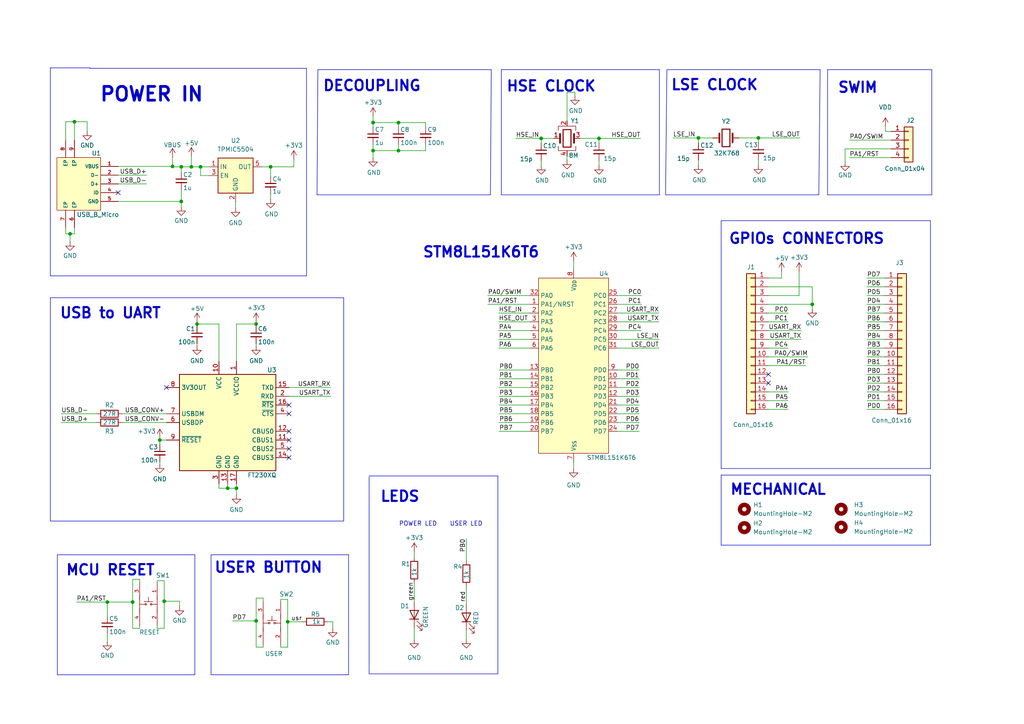
<source format=kicad_sch>
(kicad_sch (version 20230121) (generator eeschema)
  (paper "A4")
  (title_block (title "STM8L151 Dev Board") (date "2023-07-13") (rev "2.0") (company "Andres Bravo"))
  (lib_symbols
    (symbol "Connector:MICRO_7_2JB"
      (property "Reference" "U1" (at 6.477 10.16 0))
      (property "Value" "USB_B_Micro" (at 11.684 -7.62 0))
      (symbol "MICRO_7_2JB_0_1"
        (rectangle (start -6.35 -6.35) (end 6.35 8.89) (fill (type background)))
        (pin power_out line (at 11.43 6.35 180) (length 5.08) (name "VBUS") (number "1"))
        (pin bidirectional line (at 11.43 3.81 180) (length 5.08) (name "D-") (number "2"))
        (pin bidirectional line (at 11.43 1.27 180) (length 5.08) (name "D+") (number "3"))
        (pin unspecified line (at 11.43 -1.27 180) (length 5.08) (name "ID") (number "4"))
        (pin unspecified line (at 11.43 -3.81 180) (length 5.08) (name "GND") (number "5"))
        (pin unspecified line (at -1.27 -11.43 90) (length 5.08) (name "EP") (number "6"))
        (pin unspecified line (at -3.81 -11.43 90) (length 5.08) (name "EP") (number "7"))
        (pin unspecified line (at -3.81 13.97 270) (length 5.08) (name "EP") (number "8"))
        (pin unspecified line (at -1.27 13.97 270) (length 5.08) (name "EP") (number "9"))
      )
    )
    (symbol "Connector_Generic:Conn_01x04" (pin_names (offset 1.016) hide)
      (property "Reference" "J" (at 0 5.08 0))
      (property "Value" "Conn_01x04" (at 0 -7.62 0))
      (symbol "Conn_01x04_1_1"
        (rectangle (start -1.27 -4.953) (end 0 -5.207) (stroke (width 0.1524)))
        (rectangle (start -1.27 -2.413) (end 0 -2.667) (stroke (width 0.1524)))
        (rectangle (start -1.27 0.127) (end 0 -0.127) (stroke (width 0.1524)))
        (rectangle (start -1.27 2.667) (end 0 2.413) (stroke (width 0.1524)))
        (rectangle (start -1.27 3.81) (end 1.27 -6.35) (stroke (width 0.254)) (fill (type background)))
        (pin passive line (at -5.08 2.54 0) (length 3.81) (name "Pin_1") (number "1"))
        (pin passive line (at -5.08 0 0) (length 3.81) (name "Pin_2") (number "2"))
        (pin passive line (at -5.08 -2.54 0) (length 3.81) (name "Pin_3") (number "3"))
        (pin passive line (at -5.08 -5.08 0) (length 3.81) (name "Pin_4") (number "4"))
      )
    )
    (symbol "Connector_Generic:Conn_01x16" (pin_names (offset 1.016) hide)
      (property "Reference" "J" (at 0 20.32 0))
      (property "Value" "Conn_01x16" (at 0 -22.86 0))
      (symbol "Conn_01x16_1_1"
        (rectangle (start -1.27 -20.193) (end 0 -20.447) (stroke (width 0.1524)))
        (rectangle (start -1.27 -17.653) (end 0 -17.907) (stroke (width 0.1524)))
        (rectangle (start -1.27 -15.113) (end 0 -15.367) (stroke (width 0.1524)))
        (rectangle (start -1.27 -12.573) (end 0 -12.827) (stroke (width 0.1524)))
        (rectangle (start -1.27 -10.033) (end 0 -10.287) (stroke (width 0.1524)))
        (rectangle (start -1.27 -7.493) (end 0 -7.747) (stroke (width 0.1524)))
        (rectangle (start -1.27 -4.953) (end 0 -5.207) (stroke (width 0.1524)))
        (rectangle (start -1.27 -2.413) (end 0 -2.667) (stroke (width 0.1524)))
        (rectangle (start -1.27 0.127) (end 0 -0.127) (stroke (width 0.1524)))
        (rectangle (start -1.27 2.667) (end 0 2.413) (stroke (width 0.1524)))
        (rectangle (start -1.27 5.207) (end 0 4.953) (stroke (width 0.1524)))
        (rectangle (start -1.27 7.747) (end 0 7.493) (stroke (width 0.1524)))
        (rectangle (start -1.27 10.287) (end 0 10.033) (stroke (width 0.1524)))
        (rectangle (start -1.27 12.827) (end 0 12.573) (stroke (width 0.1524)))
        (rectangle (start -1.27 15.367) (end 0 15.113) (stroke (width 0.1524)))
        (rectangle (start -1.27 17.907) (end 0 17.653) (stroke (width 0.1524)))
        (rectangle (start -1.27 19.05) (end 1.27 -21.59) (stroke (width 0.254)) (fill (type background)))
        (pin passive line (at -5.08 17.78 0) (length 3.81) (name "Pin_1") (number "1"))
        (pin passive line (at -5.08 -5.08 0) (length 3.81) (name "Pin_10") (number "10"))
        (pin passive line (at -5.08 -7.62 0) (length 3.81) (name "Pin_11") (number "11"))
        (pin passive line (at -5.08 -10.16 0) (length 3.81) (name "Pin_12") (number "12"))
        (pin passive line (at -5.08 -12.7 0) (length 3.81) (name "Pin_13") (number "13"))
        (pin passive line (at -5.08 -15.24 0) (length 3.81) (name "Pin_14") (number "14"))
        (pin passive line (at -5.08 -17.78 0) (length 3.81) (name "Pin_15") (number "15"))
        (pin passive line (at -5.08 -20.32 0) (length 3.81) (name "Pin_16") (number "16"))
        (pin passive line (at -5.08 15.24 0) (length 3.81) (name "Pin_2") (number "2"))
        (pin passive line (at -5.08 12.7 0) (length 3.81) (name "Pin_3") (number "3"))
        (pin passive line (at -5.08 10.16 0) (length 3.81) (name "Pin_4") (number "4"))
        (pin passive line (at -5.08 7.62 0) (length 3.81) (name "Pin_5") (number "5"))
        (pin passive line (at -5.08 5.08 0) (length 3.81) (name "Pin_6") (number "6"))
        (pin passive line (at -5.08 2.54 0) (length 3.81) (name "Pin_7") (number "7"))
        (pin passive line (at -5.08 0 0) (length 3.81) (name "Pin_8") (number "8"))
        (pin passive line (at -5.08 -2.54 0) (length 3.81) (name "Pin_9") (number "9"))
      )
    )
    (symbol "Device:C_Small" (pin_numbers hide) (pin_names (offset 0.254) hide)
      (property "Reference" "C" (at 0.254 1.778 0))
      (property "Value" "C_Small" (at 0.254 -2.032 0))
      (symbol "C_Small_0_1"
        (polyline (pts (xy -1.524 -0.508) (xy 1.524 -0.508)) (stroke (width 0.3302)))
        (polyline (pts (xy -1.524 0.508) (xy 1.524 0.508)) (stroke (width 0.3048)))
      )
      (symbol "C_Small_1_1"
        (pin passive line (at 0 2.54 270) (length 2.032) (name "~") (number "1"))
        (pin passive line (at 0 -2.54 90) (length 2.032) (name "~") (number "2"))
      )
    )
    (symbol "Device:Crystal" (pin_numbers hide) (pin_names (offset 1.016) hide)
      (property "Reference" "Y" (at 0 3.81 0))
      (property "Value" "Crystal" (at 0 -3.81 0))
      (symbol "Crystal_0_1"
        (rectangle (start -1.143 2.54) (end 1.143 -2.54) (stroke (width 0.3048)))
        (polyline (pts (xy -2.54 0) (xy -1.905 0)))
        (polyline (pts (xy -1.905 -1.27) (xy -1.905 1.27)) (stroke (width 0.508)))
        (polyline (pts (xy 1.905 -1.27) (xy 1.905 1.27)) (stroke (width 0.508)))
        (polyline (pts (xy 2.54 0) (xy 1.905 0)))
      )
      (symbol "Crystal_1_1"
        (pin passive line (at -3.81 0 0) (length 1.27) (name "1") (number "1"))
        (pin passive line (at 3.81 0 180) (length 1.27) (name "2") (number "2"))
      )
    )
    (symbol "Device:Crystal_GND24" (pin_names (offset 1.016) hide)
      (property "Reference" "Y" (at 3.175 5.08 0))
      (property "Value" "Crystal_GND24" (at 3.175 3.175 0))
      (symbol "Crystal_GND24_0_1"
        (rectangle (start -1.143 2.54) (end 1.143 -2.54) (stroke (width 0.3048)))
        (polyline (pts (xy -2.54 0) (xy -2.032 0)))
        (polyline (pts (xy -2.032 -1.27) (xy -2.032 1.27)) (stroke (width 0.508)))
        (polyline (pts (xy 0 -3.81) (xy 0 -3.556)))
        (polyline (pts (xy 0 3.556) (xy 0 3.81)))
        (polyline (pts (xy 2.032 -1.27) (xy 2.032 1.27)) (stroke (width 0.508)))
        (polyline (pts (xy 2.032 0) (xy 2.54 0)))
        (polyline (pts (xy -2.54 -2.286) (xy -2.54 -3.556) (xy 2.54 -3.556) (xy 2.54 -2.286)))
        (polyline (pts (xy -2.54 2.286) (xy -2.54 3.556) (xy 2.54 3.556) (xy 2.54 2.286)))
      )
      (symbol "Crystal_GND24_1_1"
        (pin passive line (at -3.81 0 0) (length 1.27) (name "1") (number "1"))
        (pin passive line (at 0 5.08 270) (length 1.27) (name "2") (number "2"))
        (pin passive line (at 3.81 0 180) (length 1.27) (name "3") (number "3"))
        (pin passive line (at 0 -5.08 90) (length 1.27) (name "4") (number "4"))
      )
    )
    (symbol "Device:LED" (pin_numbers hide) (pin_names (offset 1.016) hide)
      (property "Reference" "D" (at 0 2.54 0))
      (property "Value" "LED" (at 0 -2.54 0))
      (symbol "LED_0_1"
        (polyline (pts (xy -1.27 -1.27) (xy -1.27 1.27)) (stroke (width 0.254)))
        (polyline (pts (xy -1.27 0) (xy 1.27 0)))
        (polyline (pts (xy 1.27 -1.27) (xy 1.27 1.27) (xy -1.27 0) (xy 1.27 -1.27)) (stroke (width 0.254)))
        (polyline (pts (xy -3.048 -0.762) (xy -4.572 -2.286) (xy -3.81 -2.286) (xy -4.572 -2.286) (xy -4.572 -1.524)))
        (polyline (pts (xy -1.778 -0.762) (xy -3.302 -2.286) (xy -2.54 -2.286) (xy -3.302 -2.286) (xy -3.302 -1.524)))
      )
      (symbol "LED_1_1"
        (pin passive line (at -3.81 0 0) (length 2.54) (name "K") (number "1"))
        (pin passive line (at 3.81 0 180) (length 2.54) (name "A") (number "2"))
      )
    )
    (symbol "Device:R" (pin_numbers hide) (pin_names (offset 0))
      (property "Reference" "R" (at 2.032 0 90))
      (property "Value" "R" (at 0 0 90))
      (symbol "R_0_1"
        (rectangle (start -1.016 -2.54) (end 1.016 2.54) (stroke (width 0.254)))
      )
      (symbol "R_1_1"
        (pin passive line (at 0 3.81 270) (length 1.27) (name "~") (number "1"))
        (pin passive line (at 0 -3.81 90) (length 1.27) (name "~") (number "2"))
      )
    )
    (symbol "Interface_USB:FT230XQ"
      (property "Reference" "U" (at -13.97 15.24 0))
      (property "Value" "FT230XQ" (at 7.62 15.24 0))
      (symbol "FT230XQ_0_1"
        (rectangle (start -13.97 13.97) (end 13.97 -13.97) (stroke (width 0.254)) (fill (type background)))
      )
      (symbol "FT230XQ_1_1"
        (pin power_in line (at 2.54 17.78 270) (length 3.81) (name "VCCIO") (number "1"))
        (pin power_in line (at -2.54 17.78 270) (length 3.81) (name "VCC") (number "10"))
        (pin bidirectional line (at 17.78 -5.08 180) (length 3.81) (name "CBUS1") (number "11"))
        (pin bidirectional line (at 17.78 -2.54 180) (length 3.81) (name "CBUS0") (number "12"))
        (pin power_in line (at 0 -17.78 90) (length 3.81) (name "GND") (number "13"))
        (pin bidirectional line (at 17.78 -10.16 180) (length 3.81) (name "CBUS3") (number "14"))
        (pin output line (at 17.78 10.16 180) (length 3.81) (name "TXD") (number "15"))
        (pin output line (at 17.78 5.08 180) (length 3.81) (name "~{RTS}") (number "16"))
        (pin power_in line (at 2.54 -17.78 90) (length 3.81) (name "GND") (number "17"))
        (pin input line (at 17.78 7.62 180) (length 3.81) (name "RXD") (number "2"))
        (pin power_in line (at -2.54 -17.78 90) (length 3.81) (name "GND") (number "3"))
        (pin input line (at 17.78 2.54 180) (length 3.81) (name "~{CTS}") (number "4"))
        (pin bidirectional line (at 17.78 -7.62 180) (length 3.81) (name "CBUS2") (number "5"))
        (pin bidirectional line (at -17.78 0 0) (length 3.81) (name "USBDP") (number "6"))
        (pin bidirectional line (at -17.78 2.54 0) (length 3.81) (name "USBDM") (number "7"))
        (pin power_out line (at -17.78 10.16 0) (length 3.81) (name "3V3OUT") (number "8"))
        (pin input line (at -17.78 -5.08 0) (length 3.81) (name "~{RESET}") (number "9"))
      )
    )
    (symbol "MCU_ST_STM8:STM8L151K6T6"
      (property "Reference" "U?" (at 2.0194 30.48 0))
      (property "Value" "STM8L151K6T6" (at 2.0194 27.94 0))
      (symbol "STM8L151K6T6_0_1"
        (rectangle (start -10.16 25.4) (end 10.16 -25.4) (fill (type background)))
      )
      (symbol "STM8L151K6T6_1_1"
        (pin bidirectional line (at -12.7 17.78 0) (length 2.54) (name "PA1/NRST") (number "1"))
        (pin bidirectional line (at 12.7 -3.81 180) (length 2.54) (name "PD1") (number "10"))
        (pin bidirectional line (at 12.7 -6.35 180) (length 2.54) (name "PD2") (number "11"))
        (pin bidirectional line (at 12.7 -8.89 180) (length 2.54) (name "PD3") (number "12"))
        (pin bidirectional line (at -12.7 -1.27 0) (length 2.54) (name "PB0") (number "13"))
        (pin bidirectional line (at -12.7 -3.81 0) (length 2.54) (name "PB1") (number "14"))
        (pin bidirectional line (at -12.7 -6.35 0) (length 2.54) (name "PB2") (number "15"))
        (pin bidirectional line (at -12.7 -8.89 0) (length 2.54) (name "PB3") (number "16"))
        (pin bidirectional line (at -12.7 -11.43 0) (length 2.54) (name "PB4") (number "17"))
        (pin bidirectional line (at -12.7 -13.97 0) (length 2.54) (name "PB5") (number "18"))
        (pin bidirectional line (at -12.7 -16.51 0) (length 2.54) (name "PB6") (number "19"))
        (pin bidirectional line (at -12.7 15.24 0) (length 2.54) (name "PA2") (number "2"))
        (pin bidirectional line (at -12.7 -19.05 0) (length 2.54) (name "PB7") (number "20"))
        (pin bidirectional line (at 12.7 -11.43 180) (length 2.54) (name "PD4") (number "21"))
        (pin bidirectional line (at 12.7 -13.97 180) (length 2.54) (name "PD5") (number "22"))
        (pin bidirectional line (at 12.7 -16.51 180) (length 2.54) (name "PD6") (number "23"))
        (pin bidirectional line (at 12.7 -19.05 180) (length 2.54) (name "PD7") (number "24"))
        (pin bidirectional line (at 12.7 20.32 180) (length 2.54) (name "PC0") (number "25"))
        (pin bidirectional line (at 12.7 17.78 180) (length 2.54) (name "PC1") (number "26"))
        (pin bidirectional line (at 12.7 15.24 180) (length 2.54) (name "PC2") (number "27"))
        (pin bidirectional line (at 12.7 12.7 180) (length 2.54) (name "PC3") (number "28"))
        (pin bidirectional line (at 12.7 10.16 180) (length 2.54) (name "PC4") (number "29"))
        (pin bidirectional line (at -12.7 12.7 0) (length 2.54) (name "PA3") (number "3"))
        (pin bidirectional line (at 12.7 7.62 180) (length 2.54) (name "PC5") (number "30"))
        (pin bidirectional line (at 12.7 5.08 180) (length 2.54) (name "PC6") (number "31"))
        (pin bidirectional line (at -12.7 20.32 0) (length 2.54) (name "PA0") (number "32"))
        (pin bidirectional line (at -12.7 10.16 0) (length 2.54) (name "PA4") (number "4"))
        (pin bidirectional line (at -12.7 7.62 0) (length 2.54) (name "PA5") (number "5"))
        (pin bidirectional line (at -12.7 5.08 0) (length 2.54) (name "PA6") (number "6"))
        (pin input line (at 0 -27.94 90) (length 2.54) (name "V_{SS}") (number "7"))
        (pin input line (at 0 27.94 270) (length 2.54) (name "V_{DD}") (number "8"))
        (pin bidirectional line (at 12.7 -1.27 180) (length 2.54) (name "PD0") (number "9"))
      )
    )
    (symbol "Mechanical:MountingHole" (pin_names (offset 1.016))
      (property "Reference" "H" (at 0 5.08 0))
      (property "Value" "MountingHole" (at 0 3.175 0))
      (symbol "MountingHole_0_1"
        (circle (center 0 0) (radius 1.27) (stroke (width 1.27)))
      )
    )
    (symbol "Regulator_Linear:TPMIC5504"
      (property "Reference" "U2" (at 0 10.16 0))
      (property "Value" "TPMIC5504" (at 0 7.62 0))
      (symbol "TPMIC5504_0_1"
        (rectangle (start -5.08 -5.08) (end 5.08 5.08) (stroke (width 0.254)) (fill (type background)))
        (pin power_in line (at -7.62 2.54 0) (length 2.54) (name "IN") (number "1"))
        (pin input line (at 0 -7.62 90) (length 2.54) (name "GND") (number "2"))
        (pin input line (at -7.62 0 0) (length 2.54) (name "EN") (number "3"))
        (pin power_out line (at 7.62 2.54 180) (length 2.54) (name "OUT") (number "5"))
      )
      (symbol "TPMIC5504_1_1"
        (pin passive line (at 0 -7.62 90) (length 2.54) hide (name "GND") (number "4"))
      )
    )
    (symbol "Switch:SKRPABE010" (pin_names hide)
      (property "Reference" "SW" (at 0 3.81 0))
      (property "Value" "SKRPABE010" (at 0 -3.81 0))
      (symbol "SKRPABE010_0_1"
        (circle (center 0 -0.762) (radius 0.254) (fill (type background)))
        (polyline (pts (xy -2.54 -2.54) (xy 2.54 -2.54)))
        (polyline (pts (xy -2.54 2.54) (xy 2.54 2.54)))
        (polyline (pts (xy -0.762 -1.27) (xy -0.762 1.27)))
        (polyline (pts (xy -0.762 0) (xy -2.032 0)))
        (polyline (pts (xy 0 -2.54) (xy 0 -0.762)))
        (polyline (pts (xy 0 1.524) (xy 0 0.762)))
        (polyline (pts (xy 0 2.54) (xy 0 1.524)))
        (circle (center 0 0.762) (radius 0.254) (fill (type background)))
        (pin unspecified line (at -6.35 2.54 0) (length 5.08) (name "1") (number "1"))
        (pin unspecified line (at 6.35 2.54 180) (length 5.08) (name "2") (number "2"))
        (pin unspecified line (at -6.35 -2.54 0) (length 5.08) (name "3") (number "3"))
        (pin unspecified line (at 6.35 -2.54 180) (length 5.08) (name "4") (number "4"))
      )
    )
    (symbol "power:+3V3" (power) (pin_names (offset 0))
      (property "Value" "+3V3" (at 0 3.556 0))
      (symbol "+3V3_0_1"
        (polyline (pts (xy -0.762 1.27) (xy 0 2.54)))
        (polyline (pts (xy 0 0) (xy 0 2.54)))
        (polyline (pts (xy 0 2.54) (xy 0.762 1.27)))
      )
      (symbol "+3V3_1_1"
        (pin power_in line (at 0 0 90) (length 0) hide (name "+3V3") (number "1"))
      )
    )
    (symbol "power:+5V" (power) (pin_names (offset 0))
      (property "Value" "+5V" (at 0 3.556 0))
      (symbol "+5V_0_1"
        (polyline (pts (xy -0.762 1.27) (xy 0 2.54)))
        (polyline (pts (xy 0 0) (xy 0 2.54)))
        (polyline (pts (xy 0 2.54) (xy 0.762 1.27)))
      )
      (symbol "+5V_1_1"
        (pin power_in line (at 0 0 90) (length 0) hide (name "+5V") (number "1"))
      )
    )
    (symbol "power:GND" (power) (pin_names (offset 0))
      (property "Value" "GND" (at 0 -3.81 0))
      (symbol "GND_0_1"
        (polyline (pts (xy 0 0) (xy 0 -1.27) (xy 1.27 -1.27) (xy 0 -2.54) (xy -1.27 -1.27) (xy 0 -1.27)))
      )
      (symbol "GND_1_1"
        (pin power_in line (at 0 0 270) (length 0) hide (name "GND") (number "1"))
      )
    )
    (symbol "power:VBUS" (power) (pin_names (offset 0))
      (property "Value" "VBUS" (at 0 3.81 0))
      (symbol "VBUS_0_1"
        (polyline (pts (xy -0.762 1.27) (xy 0 2.54)))
        (polyline (pts (xy 0 0) (xy 0 2.54)))
        (polyline (pts (xy 0 2.54) (xy 0.762 1.27)))
      )
      (symbol "VBUS_1_1"
        (pin power_in line (at 0 0 90) (length 0) hide (name "VBUS") (number "1"))
      )
    )
    (symbol "power:VDD" (power) (pin_names (offset 0))
      (property "Value" "VDD" (at 0 3.81 0))
      (symbol "VDD_0_1"
        (polyline (pts (xy -0.762 1.27) (xy 0 2.54)))
        (polyline (pts (xy 0 0) (xy 0 2.54)))
        (polyline (pts (xy 0 2.54) (xy 0.762 1.27)))
      )
      (symbol "VDD_1_1"
        (pin power_in line (at 0 0 90) (length 0) hide (name "VDD") (number "1"))
      )
    )
  )
  (junction (at 57.15 93.98))
  (junction (at 68.58 141.605))
  (junction (at 50.038 48.26))
  (junction (at 83.439 180.34))
  (junction (at 115.57 43.688))
  (junction (at 31.115 174.625))
  (junction (at 173.736 40.132))
  (junction (at 108.204 35.56))
  (junction (at 38.481 174.625))
  (junction (at 46.355 127.635))
  (junction (at 156.972 40.132))
  (junction (at 108.204 43.688))
  (junction (at 78.486 48.387))
  (junction (at 202.565 40.005))
  (junction (at 74.295 93.98))
  (junction (at 55.499 48.387))
  (junction (at 115.57 35.56))
  (junction (at 47.625 174.371))
  (junction (at 66.04 141.605))
  (junction (at 52.578 58.42))
  (junction (at 219.964 40.005))
  (junction (at 235.585 88.265))
  (junction (at 74.295 180.086))
  (junction (at 21.59 35.306))
  (junction (at 58.166 48.387))
  (junction (at 52.578 48.387))
  (junction (at 20.32 67.818))
  (no_connect (at 83.82 117.475))
  (no_connect (at 48.26 112.395))
  (no_connect (at 83.82 120.015))
  (no_connect (at 222.885 111.125))
  (no_connect (at 83.82 130.175))
  (no_connect (at 83.82 125.095))
  (no_connect (at 34.29 55.88))
  (no_connect (at 83.82 127.635))
  (no_connect (at 222.885 108.585))
  (no_connect (at 83.82 132.715))
  (wire (pts (xy 179.07 98.425) (xy 191.135 98.425)))
  (wire (pts (xy 35.56 120.015) (xy 48.26 120.015)))
  (wire (pts (xy 76.327 174.371) (xy 76.327 173.482)))
  (wire (pts (xy 35.56 122.555) (xy 48.26 122.555)))
  (polyline (pts (xy 101.092 160.909) (xy 101.092 195.707)))
  (polyline (pts (xy 237.49 56.515) (xy 193.04 56.515)))
  (wire (pts (xy 57.15 100.33) (xy 57.15 99.695)))
  (wire (pts (xy 144.653 98.425) (xy 153.67 98.425)))
  (wire (pts (xy 135.255 170.18) (xy 135.255 175.26)))
  (wire (pts (xy 21.59 66.04) (xy 21.59 67.818)))
  (polyline (pts (xy 61.214 195.707) (xy 61.214 160.909)))
  (polyline (pts (xy 237.871 20.193) (xy 237.49 56.515)))
  (wire (pts (xy 179.07 125.095) (xy 185.42 125.095)))
  (polyline (pts (xy 209.169 64.008) (xy 269.875 64.008)))
  (wire (pts (xy 78.486 48.387) (xy 85.217 48.387)))
  (wire (pts (xy 226.695 80.645) (xy 226.695 78.74)))
  (wire (pts (xy 63.5 141.605) (xy 66.04 141.605)))
  (wire (pts (xy 222.885 83.185) (xy 235.585 83.185)))
  (wire (pts (xy 47.625 168.402) (xy 47.625 174.371)))
  (wire (pts (xy 20.32 67.818) (xy 20.32 70.104)))
  (polyline (pts (xy 61.214 160.909) (xy 101.092 160.909)))
  (wire (pts (xy 46.355 127.635) (xy 46.355 128.905)))
  (wire (pts (xy 81.407 173.863) (xy 83.439 173.863)))
  (wire (pts (xy 38.481 182.245) (xy 40.513 182.245)))
  (wire (pts (xy 45.593 182.245) (xy 47.625 182.245)))
  (wire (pts (xy 251.46 80.645) (xy 256.54 80.645)))
  (wire (pts (xy 179.07 120.015) (xy 185.42 120.015)))
  (polyline (pts (xy 209.169 158.115) (xy 209.169 137.795)))
  (wire (pts (xy 46.355 127) (xy 46.355 127.635)))
  (wire (pts (xy 21.59 40.64) (xy 21.59 35.306)))
  (wire (pts (xy 52.578 54.991) (xy 52.578 58.42)))
  (wire (pts (xy 156.972 41.529) (xy 156.972 40.132)))
  (wire (pts (xy 38.481 168.021) (xy 38.481 174.625)))
  (wire (pts (xy 251.46 103.505) (xy 256.54 103.505)))
  (wire (pts (xy 63.5 93.98) (xy 63.5 104.775)))
  (wire (pts (xy 179.07 85.725) (xy 186.055 85.725)))
  (wire (pts (xy 166.37 133.985) (xy 166.37 135.89)))
  (wire (pts (xy 219.964 40.005) (xy 232.029 40.005)))
  (polyline (pts (xy 240.03 56.515) (xy 240.03 20.193)))
  (wire (pts (xy 108.204 43.688) (xy 115.57 43.688)))
  (wire (pts (xy 144.78 122.555) (xy 153.67 122.555)))
  (wire (pts (xy 58.166 48.387) (xy 60.706 48.387)))
  (wire (pts (xy 179.07 90.805) (xy 191.135 90.805)))
  (wire (pts (xy 173.736 41.529) (xy 173.736 40.132)))
  (wire (pts (xy 156.972 40.132) (xy 160.655 40.132)))
  (wire (pts (xy 251.46 98.425) (xy 256.54 98.425)))
  (wire (pts (xy 34.29 48.26) (xy 50.038 48.26)))
  (wire (pts (xy 108.204 36.83) (xy 108.204 35.56)))
  (wire (pts (xy 179.07 117.475) (xy 185.42 117.475)))
  (wire (pts (xy 45.593 181.61) (xy 45.593 182.245)))
  (wire (pts (xy 108.204 43.688) (xy 108.204 45.72)))
  (wire (pts (xy 68.58 141.605) (xy 66.04 141.605)))
  (wire (pts (xy 52.07 174.371) (xy 47.625 174.371)))
  (wire (pts (xy 222.885 106.045) (xy 233.68 106.045)))
  (wire (pts (xy 144.78 117.475) (xy 153.67 117.475)))
  (wire (pts (xy 50.038 48.26) (xy 50.038 48.387)))
  (wire (pts (xy 96.52 180.34) (xy 96.52 182.245)))
  (polyline (pts (xy 56.515 195.707) (xy 16.637 195.707)))
  (wire (pts (xy 50.038 48.387) (xy 52.578 48.387)))
  (polyline (pts (xy 142.494 20.193) (xy 142.24 56.515)))
  (wire (pts (xy 164.465 35.052) (xy 164.465 26.797)))
  (wire (pts (xy 164.465 26.797) (xy 166.751 26.797)))
  (wire (pts (xy 21.59 67.818) (xy 20.32 67.818)))
  (polyline (pts (xy 240.03 20.193) (xy 270.256 20.193)))
  (wire (pts (xy 222.885 88.265) (xy 235.585 88.265)))
  (wire (pts (xy 164.465 45.212) (xy 164.465 46.482)))
  (wire (pts (xy 222.885 103.505) (xy 234.315 103.505)))
  (wire (pts (xy 68.326 58.547) (xy 68.326 60.325)))
  (wire (pts (xy 87.63 180.34) (xy 83.439 180.34)))
  (polyline (pts (xy 209.169 135.89) (xy 209.169 64.008)))
  (wire (pts (xy 251.46 83.185) (xy 256.54 83.185)))
  (wire (pts (xy 74.295 180.086) (xy 74.295 187.706)))
  (wire (pts (xy 251.46 116.205) (xy 256.54 116.205)))
  (wire (pts (xy 246.38 40.64) (xy 258.445 40.64)))
  (wire (pts (xy 76.327 187.071) (xy 76.327 187.706)))
  (wire (pts (xy 52.07 174.371) (xy 52.07 175.895)))
  (wire (pts (xy 179.07 93.345) (xy 191.135 93.345)))
  (wire (pts (xy 235.585 83.185) (xy 235.585 88.265)))
  (wire (pts (xy 34.29 53.34) (xy 42.545 53.34)))
  (wire (pts (xy 75.946 48.387) (xy 78.486 48.387)))
  (wire (pts (xy 219.964 46.482) (xy 219.964 47.879)))
  (wire (pts (xy 202.565 40.005) (xy 206.756 40.005)))
  (wire (pts (xy 19.05 35.306) (xy 21.59 35.306)))
  (wire (pts (xy 166.751 26.797) (xy 166.751 27.813)))
  (polyline (pts (xy 16.637 160.909) (xy 56.515 160.909)))
  (wire (pts (xy 144.653 95.885) (xy 153.67 95.885)))
  (wire (pts (xy 246.38 45.72) (xy 258.445 45.72)))
  (wire (pts (xy 179.07 107.315) (xy 185.42 107.315)))
  (wire (pts (xy 156.972 46.609) (xy 156.972 48.006)))
  (wire (pts (xy 31.115 183.769) (xy 31.115 186.055)))
  (wire (pts (xy 19.05 40.64) (xy 19.05 35.306)))
  (wire (pts (xy 34.29 58.42) (xy 52.578 58.42)))
  (wire (pts (xy 144.78 125.095) (xy 153.67 125.095)))
  (wire (pts (xy 256.794 38.1) (xy 256.794 36.703)))
  (polyline (pts (xy 193.548 20.193) (xy 237.871 20.193)))
  (wire (pts (xy 144.78 107.315) (xy 153.67 107.315)))
  (polyline (pts (xy 269.875 137.795) (xy 269.875 158.115)))
  (wire (pts (xy 68.58 141.605) (xy 68.58 143.51)))
  (wire (pts (xy 166.37 75.692) (xy 166.37 78.105)))
  (wire (pts (xy 123.444 43.688) (xy 115.57 43.688)))
  (polyline (pts (xy 91.948 56.515) (xy 92.202 20.193)))
  (wire (pts (xy 251.46 113.665) (xy 256.54 113.665)))
  (wire (pts (xy 57.15 94.615) (xy 57.15 93.98)))
  (wire (pts (xy 251.46 85.725) (xy 256.54 85.725)))
  (wire (pts (xy 83.439 173.863) (xy 83.439 180.34)))
  (wire (pts (xy 96.52 180.34) (xy 95.25 180.34)))
  (wire (pts (xy 228.6 90.805) (xy 222.885 90.805)))
  (wire (pts (xy 81.407 187.706) (xy 83.439 187.706)))
  (polyline (pts (xy 142.24 56.515) (xy 91.948 56.515)))
  (polyline (pts (xy 92.202 20.193) (xy 142.494 20.193)))
  (wire (pts (xy 74.295 100.33) (xy 74.295 99.695)))
  (wire (pts (xy 83.82 112.395) (xy 95.885 112.395)))
  (wire (pts (xy 34.29 50.8) (xy 42.545 50.8)))
  (wire (pts (xy 66.04 140.335) (xy 66.04 141.605)))
  (wire (pts (xy 251.46 118.745) (xy 256.54 118.745)))
  (wire (pts (xy 144.653 90.805) (xy 153.67 90.805)))
  (wire (pts (xy 251.46 108.585) (xy 256.54 108.585)))
  (wire (pts (xy 231.775 85.725) (xy 222.885 85.725)))
  (polyline (pts (xy 269.875 158.115) (xy 209.169 158.115)))
  (wire (pts (xy 22.225 174.625) (xy 31.115 174.625)))
  (wire (pts (xy 55.499 48.387) (xy 58.166 48.387)))
  (wire (pts (xy 68.58 140.335) (xy 68.58 141.605)))
  (wire (pts (xy 179.07 88.265) (xy 186.055 88.265)))
  (wire (pts (xy 144.78 120.015) (xy 153.67 120.015)))
  (wire (pts (xy 228.6 113.665) (xy 222.885 113.665)))
  (wire (pts (xy 81.407 174.371) (xy 81.407 173.863)))
  (polyline (pts (xy 14.605 19.685) (xy 26.162 19.685)))
  (polyline (pts (xy 26.035 19.812) (xy 88.9 19.812)))
  (wire (pts (xy 228.6 118.745) (xy 222.885 118.745)))
  (wire (pts (xy 135.255 156.21) (xy 135.255 162.56)))
  (wire (pts (xy 149.606 40.132) (xy 156.972 40.132)))
  (wire (pts (xy 179.07 109.855) (xy 185.42 109.855)))
  (wire (pts (xy 46.355 127.635) (xy 48.26 127.635)))
  (wire (pts (xy 17.78 120.015) (xy 27.94 120.015)))
  (wire (pts (xy 40.513 168.021) (xy 38.481 168.021)))
  (wire (pts (xy 202.565 46.482) (xy 202.565 47.879)))
  (wire (pts (xy 123.444 41.91) (xy 123.444 43.688)))
  (polyline (pts (xy 191.262 56.515) (xy 145.415 56.515)))
  (polyline (pts (xy 107.061 138.303) (xy 107.061 195.453)))
  (wire (pts (xy 144.653 93.345) (xy 153.67 93.345)))
  (wire (pts (xy 38.481 174.625) (xy 38.481 182.245)))
  (wire (pts (xy 202.565 41.402) (xy 202.565 40.005)))
  (wire (pts (xy 120.142 160.02) (xy 120.142 161.544)))
  (wire (pts (xy 21.59 35.306) (xy 25.273 35.306)))
  (wire (pts (xy 78.486 56.261) (xy 78.486 57.785)))
  (wire (pts (xy 123.444 36.83) (xy 123.444 35.56)))
  (wire (pts (xy 83.439 180.34) (xy 83.439 187.706)))
  (wire (pts (xy 108.204 33.782) (xy 108.204 35.56)))
  (wire (pts (xy 31.115 174.625) (xy 31.115 178.689)))
  (wire (pts (xy 258.445 38.1) (xy 256.794 38.1)))
  (wire (pts (xy 45.593 168.91) (xy 45.593 168.402)))
  (polyline (pts (xy 88.9 19.812) (xy 88.9 80.01)))
  (wire (pts (xy 83.82 114.935) (xy 95.885 114.935)))
  (wire (pts (xy 40.513 168.91) (xy 40.513 168.021)))
  (wire (pts (xy 144.78 112.395) (xy 153.67 112.395)))
  (wire (pts (xy 245.11 43.18) (xy 258.445 43.18)))
  (polyline (pts (xy 270.256 20.193) (xy 270.256 56.515)))
  (wire (pts (xy 115.57 35.56) (xy 115.57 36.83)))
  (wire (pts (xy 81.407 187.071) (xy 81.407 187.706)))
  (wire (pts (xy 52.578 48.387) (xy 55.499 48.387)))
  (wire (pts (xy 232.41 98.425) (xy 222.885 98.425)))
  (wire (pts (xy 17.78 122.555) (xy 27.94 122.555)))
  (wire (pts (xy 144.78 114.935) (xy 153.67 114.935)))
  (wire (pts (xy 50.038 45.593) (xy 50.038 48.26)))
  (wire (pts (xy 228.6 116.205) (xy 222.885 116.205)))
  (wire (pts (xy 173.736 46.609) (xy 173.736 48.006)))
  (wire (pts (xy 78.486 48.387) (xy 78.486 51.181)))
  (wire (pts (xy 144.78 109.855) (xy 153.67 109.855)))
  (wire (pts (xy 123.444 35.56) (xy 115.57 35.56)))
  (wire (pts (xy 120.142 182.118) (xy 120.142 185.42)))
  (wire (pts (xy 195.199 40.005) (xy 202.565 40.005)))
  (polyline (pts (xy 145.415 20.193) (xy 145.415 56.515)))
  (wire (pts (xy 108.204 41.91) (xy 108.204 43.688)))
  (wire (pts (xy 40.513 181.61) (xy 40.513 182.245)))
  (wire (pts (xy 251.46 100.965) (xy 256.54 100.965)))
  (wire (pts (xy 228.6 93.345) (xy 222.885 93.345)))
  (wire (pts (xy 55.499 45.339) (xy 55.499 48.387)))
  (polyline (pts (xy 88.9 80.01) (xy 14.605 80.01)))
  (polyline (pts (xy 144.399 138.049) (xy 107.061 138.049)))
  (wire (pts (xy 251.46 95.885) (xy 256.54 95.885)))
  (wire (pts (xy 108.204 35.56) (xy 115.57 35.56)))
  (wire (pts (xy 251.46 111.125) (xy 256.54 111.125)))
  (wire (pts (xy 251.46 93.345) (xy 256.54 93.345)))
  (wire (pts (xy 115.57 41.91) (xy 115.57 43.688)))
  (wire (pts (xy 31.115 174.625) (xy 38.481 174.625)))
  (wire (pts (xy 63.5 140.335) (xy 63.5 141.605)))
  (polyline (pts (xy 14.605 80.01) (xy 14.605 19.685)))
  (wire (pts (xy 219.964 40.005) (xy 219.964 41.402)))
  (wire (pts (xy 47.625 174.371) (xy 47.625 182.245)))
  (wire (pts (xy 74.295 93.345) (xy 74.295 93.98)))
  (wire (pts (xy 251.46 106.045) (xy 256.54 106.045)))
  (polyline (pts (xy 56.515 160.909) (xy 56.515 195.707)))
  (wire (pts (xy 19.05 67.818) (xy 20.32 67.818)))
  (polyline (pts (xy 101.092 195.707) (xy 61.214 195.707)))
  (polyline (pts (xy 16.637 195.707) (xy 16.637 160.909)))
  (wire (pts (xy 179.07 95.885) (xy 186.055 95.885)))
  (wire (pts (xy 68.58 93.98) (xy 68.58 104.775)))
  (wire (pts (xy 135.255 182.88) (xy 135.255 185.42)))
  (wire (pts (xy 173.736 40.132) (xy 168.275 40.132)))
  (wire (pts (xy 46.355 134.62) (xy 46.355 133.985)))
  (wire (pts (xy 214.376 40.005) (xy 219.964 40.005)))
  (wire (pts (xy 251.46 88.265) (xy 256.54 88.265)))
  (wire (pts (xy 52.578 49.911) (xy 52.578 48.387)))
  (wire (pts (xy 179.07 112.395) (xy 185.42 112.395)))
  (wire (pts (xy 245.11 43.18) (xy 245.11 46.99)))
  (wire (pts (xy 58.166 50.927) (xy 58.166 48.387)))
  (polyline (pts (xy 191.262 20.193) (xy 191.262 56.515)))
  (wire (pts (xy 251.46 90.805) (xy 256.54 90.805)))
  (wire (pts (xy 68.58 93.98) (xy 74.295 93.98)))
  (wire (pts (xy 74.295 173.482) (xy 74.295 180.086)))
  (polyline (pts (xy 193.421 20.193) (xy 193.04 56.515)))
  (wire (pts (xy 85.217 46.228) (xy 85.217 48.387)))
  (wire (pts (xy 173.736 40.132) (xy 185.801 40.132)))
  (polyline (pts (xy 144.399 195.453) (xy 144.399 138.049)))
  (wire (pts (xy 179.07 114.935) (xy 185.42 114.935)))
  (wire (pts (xy 63.5 93.98) (xy 57.15 93.98)))
  (wire (pts (xy 74.295 93.98) (xy 74.295 94.615)))
  (wire (pts (xy 228.6 100.965) (xy 222.885 100.965)))
  (polyline (pts (xy 145.415 20.193) (xy 191.262 20.193)))
  (wire (pts (xy 179.07 100.965) (xy 191.135 100.965)))
  (polyline (pts (xy 269.875 135.89) (xy 209.169 135.89)))
  (wire (pts (xy 19.05 66.04) (xy 19.05 67.818)))
  (wire (pts (xy 179.07 122.555) (xy 185.42 122.555)))
  (wire (pts (xy 60.706 50.927) (xy 58.166 50.927)))
  (wire (pts (xy 25.273 35.306) (xy 25.273 38.1)))
  (polyline (pts (xy 209.169 137.795) (xy 269.875 137.795)))
  (wire (pts (xy 141.478 88.265) (xy 153.67 88.265)))
  (wire (pts (xy 52.578 58.42) (xy 52.578 59.944)))
  (wire (pts (xy 231.775 78.74) (xy 231.775 85.725)))
  (wire (pts (xy 141.478 85.725) (xy 153.67 85.725)))
  (polyline (pts (xy 107.061 195.453) (xy 144.399 195.453)))
  (wire (pts (xy 222.885 80.645) (xy 226.695 80.645)))
  (wire (pts (xy 67.437 180.086) (xy 74.295 180.086)))
  (wire (pts (xy 232.41 95.885) (xy 222.885 95.885)))
  (wire (pts (xy 57.15 93.98) (xy 57.15 93.345)))
  (wire (pts (xy 76.327 173.482) (xy 74.295 173.482)))
  (wire (pts (xy 120.142 169.164) (xy 120.142 174.498)))
  (polyline (pts (xy 269.875 64.008) (xy 269.875 135.89)))
  (wire (pts (xy 45.593 168.402) (xy 47.625 168.402)))
  (wire (pts (xy 235.585 88.265) (xy 235.585 89.535)))
  (polyline (pts (xy 270.256 56.515) (xy 240.03 56.515)))
  (wire (pts (xy 144.653 100.965) (xy 153.67 100.965)))
  (wire (pts (xy 74.295 187.706) (xy 76.327 187.706)))
  (rectangle (start 14.605 86.36) (end 99.695 151.13))
  (text "POWER LED" (at 115.697 152.781 0) (effects (font (size 1.27 1.27)) (justify left bottom)))
  (text "LSE CLOCK" (at 194.437 26.543 0) (effects (font (size 3 3) bold) (justify left bottom)))
  (text "USB to UART" (at 17.145 92.71 0) (effects (font (size 3 3) (thickness 0.6) bold) (justify left bottom)))
  (text "STM8L151K6T6" (at 122.428 75.057 0) (effects (font (size 3 3) bold) (justify left bottom)))
  (text "SWIM" (at 242.824 27.305 0) (effects (font (size 3 3) bold) (justify left bottom)))
  (text "HSE CLOCK\n" (at 146.685 26.924 0) (effects (font (size 3 3) bold) (justify left bottom)))
  (text "GPIOs CONNECTORS" (at 211.201 71.12 0) (effects (font (size 3 3) bold) (justify left bottom)))
  (text "MCU RESET" (at 18.923 167.259 0) (effects (font (size 3 3) bold) (justify left bottom)))
  (text "USER BUTTON" (at 61.976 166.497 0) (effects (font (size 3 3) bold) (justify left bottom)))
  (text "POWER IN" (at 28.702 29.845 0) (effects (font (size 4 4) (thickness 0.8) bold) (justify left bottom)))
  (text "USER LED" (at 130.429 152.781 0) (effects (font (size 1.27 1.27)) (justify left bottom)))
  (text "LEDS\n\n" (at 110.109 150.749 0) (effects (font (size 3 3) (thickness 0.6) bold) (justify left bottom)))
  (text "DECOUPLING\n" (at 93.472 26.797 0) (effects (font (size 3 3) bold) (justify left bottom)))
  (text "MECHANICAL" (at 211.582 143.891 0) (effects (font (size 3 3) bold) (justify left bottom)))
  (label "red" (at 135.255 174.625 90))
  (label "PD4" (at 185.42 117.475 180))
  (label "PD7" (at 67.437 180.086 0))
  (label "PA6" (at 144.653 100.965 0))
  (label "PB0" (at 251.46 108.585 0))
  (label "USB_D+" (at 17.78 122.555 0))
  (label "PD0" (at 251.46 118.745 0))
  (label "usr" (at 84.455 180.34 0))
  (label "PC4" (at 186.055 95.885 180))
  (label "PC1" (at 228.6 93.345 180))
  (label "USART_RX" (at 232.41 95.885 180))
  (label "PA6" (at 228.6 118.745 180))
  (label "PA5" (at 144.653 98.425 0))
  (label "PD3" (at 185.42 114.935 180))
  (label "HSE_OUT" (at 144.653 93.345 0))
  (label "PD2" (at 185.42 112.395 180))
  (label "PC0" (at 186.055 85.725 180))
  (label "PD1" (at 251.46 116.205 0))
  (label "HSE_OUT" (at 185.801 40.132 180))
  (label "LSE_IN" (at 195.199 40.005 0))
  (label "PD4" (at 251.46 88.265 0))
  (label "PD6" (at 251.46 83.185 0))
  (label "PD3" (at 251.46 111.125 0))
  (label "PB7" (at 144.78 125.095 0))
  (label "PA1{slash}RST" (at 22.225 174.625 0))
  (label "PA0{slash}SWIM" (at 141.478 85.725 0))
  (label "PA0{slash}SWIM" (at 234.315 103.505 180))
  (label "PB4" (at 144.78 117.475 0))
  (label "USART_RX" (at 95.885 112.395 180))
  (label "PB1" (at 251.46 106.045 0))
  (label "PD7" (at 185.42 125.095 180))
  (label "PB0" (at 144.78 107.315 0))
  (label "PD5" (at 185.42 120.015 180))
  (label "PA1{slash}RST" (at 141.478 88.265 0))
  (label "LSE_OUT" (at 232.029 40.005 180))
  (label "PB2" (at 144.78 112.395 0))
  (label "PA4" (at 228.6 113.665 180))
  (label "PB3" (at 251.46 100.965 0))
  (label "PD6" (at 185.42 122.555 180))
  (label "LSE_OUT" (at 191.135 100.965 180))
  (label "PB6" (at 144.78 122.555 0))
  (label "PC4" (at 228.6 100.965 180))
  (label "PB1" (at 144.78 109.855 0))
  (label "PC0" (at 228.6 90.805 180))
  (label "USB_D+" (at 42.545 50.8 180))
  (label "PB0" (at 135.255 156.21 270))
  (label "PA1{slash}RST" (at 246.38 45.72 0))
  (label "PB4" (at 251.46 98.425 0))
  (label "USB_CONV-" (at 36.195 122.555 0))
  (label "PA5" (at 228.6 116.205 180))
  (label "PB6" (at 251.46 93.345 0))
  (label "PA0{slash}SWIM" (at 246.38 40.64 0))
  (label "PD2" (at 251.46 113.665 0))
  (label "USB_D-" (at 17.78 120.015 0))
  (label "USB_D-" (at 42.545 53.34 180))
  (label "HSE_IN" (at 149.606 40.132 0))
  (label "PC1" (at 186.055 88.265 180))
  (label "PD1" (at 185.42 109.855 180))
  (label "PD5" (at 251.46 85.725 0))
  (label "PB3" (at 144.78 114.935 0))
  (label "USART_RX" (at 191.135 90.805 180))
  (label "LSE_IN" (at 191.135 98.425 180))
  (label "USART_TX" (at 95.885 114.935 180))
  (label "green" (at 120.142 174.244 90))
  (label "PA1{slash}RST" (at 233.68 106.045 180))
  (label "USART_TX" (at 232.41 98.425 180))
  (label "USB_CONV+" (at 36.195 120.015 0))
  (label "PA4" (at 144.653 95.885 0))
  (label "PD7" (at 251.46 80.645 0))
  (label "PB2" (at 251.46 103.505 0))
  (label "PD0" (at 185.42 107.315 180))
  (label "PB5" (at 144.78 120.015 0))
  (label "HSE_IN" (at 144.653 90.805 0))
  (label "USART_TX" (at 191.135 93.345 180))
  (label "PB5" (at 251.46 95.885 0))
  (label "PB7" (at 251.46 90.805 0))
  (symbol (lib_id "Device:C_Small") (at 115.57 39.37 0) (unit 1)
    (property "Reference" "C8" (at 116.078 37.592 0) (effects (justify left)))
    (property "Value" "100n" (at 116.078 41.402 0) (effects (justify left)))
    (property "Footprint" "Capacitor_SMD:C_0402_1005Metric" (effects hide))
    (property "LCSC" "C106252" (effects hide))
  )
  (symbol (lib_id "power:+5V") (at 57.15 93.345 0) (unit 1)
    (property "Reference" "#PWR05" (effects hide))
    (property "Value" "+5V" (at 57.15 89.535 0))
  )
  (symbol (lib_id "power:GND") (at 120.142 185.42 0) (unit 1)
    (property "Reference" "#PWR04" (effects hide))
    (property "Value" "GND" (at 120.142 190.754 0))
  )
  (symbol (lib_id "Device:C_Small") (at 219.964 43.942 0) (unit 1)
    (property "Reference" "C13" (at 215.9 42.037 0) (effects (justify left)))
    (property "Value" "15p" (at 221.234 45.847 0) (effects (justify left)))
    (property "Footprint" "Capacitor_SMD:C_0402_1005Metric" (effects hide))
    (property "LCSC" "C295959" (effects hide))
  )
  (symbol (lib_id "Device:C_Small") (at 31.115 181.229 0) (unit 1)
    (property "Reference" "C5" (at 31.623 179.451 0) (effects (justify left)))
    (property "Value" "100n" (at 31.623 183.261 0) (effects (justify left)))
    (property "Footprint" "Capacitor_SMD:C_0402_1005Metric" (effects hide))
    (property "LCSC" "C106252" (effects hide))
  )
  (symbol (lib_id "Device:C_Small") (at 74.295 97.155 0) (unit 1)
    (property "Reference" "C6" (at 74.803 95.377 0) (effects (justify left)))
    (property "Value" "100n" (at 74.803 99.187 0) (effects (justify left)))
    (property "Footprint" "Capacitor_SMD:C_0402_1005Metric" (effects hide))
    (property "LCSC" "C106252" (effects hide))
  )
  (symbol (lib_id "power:+5V") (at 55.499 45.339 0) (unit 1)
    (property "Reference" "#PWR012" (effects hide))
    (property "Value" "+5V" (at 55.499 41.529 0))
  )
  (symbol (lib_id "Connector_Generic:Conn_01x16") (at 217.805 98.425 0) (mirror y) (unit 1)
    (property "Reference" "J1" (at 217.805 77.47 0))
    (property "Value" "Conn_01x16" (at 218.44 123.19 0))
    (property "Footprint" "Connector_PinHeader_2.54mm:PinHeader_1x16_P2.54mm_Vertical" (effects hide))
  )
  (symbol (lib_id "Device:C_Small") (at 123.444 39.37 0) (unit 1)
    (property "Reference" "C9" (at 123.952 37.592 0) (effects (justify left)))
    (property "Value" "100n" (at 123.952 41.402 0) (effects (justify left)))
    (property "Footprint" "Capacitor_SMD:C_0402_1005Metric" (effects hide))
    (property "LCSC" "C106252" (effects hide))
  )
  (symbol (lib_id "MCU_ST_STM8:STM8L151K6T6") (at 166.37 106.045 0) (unit 1)
    (property "Reference" "U4" (at 173.736 79.375 0) (effects (justify left)))
    (property "Value" "STM8L151K6T6" (at 170.18 132.715 0) (effects (justify left)))
    (property "Footprint" "Package_QFP:LQFP-32_7x7mm_P0.8mm" (effects hide))
    (property "Datasheet" "https://www.mouser.com/datasheet/2/389/stm8l151c4-1851438.pdf" (effects hide))
    (property "LCSC" "C8259" (effects hide))
  )
  (symbol (lib_id "power:GND") (at 20.32 70.104 0) (unit 1)
    (property "Reference" "#PWR01" (effects hide))
    (property "Value" "GND" (at 20.32 74.168 0))
  )
  (symbol (lib_id "power:GND") (at 202.565 47.879 0) (unit 1)
    (property "Reference" "#PWR033" (effects hide))
    (property "Value" "GND" (at 202.819 52.197 0))
  )
  (symbol (lib_id "Device:LED") (at 135.255 179.07 90) (unit 1)
    (property "Reference" "D2" (at 131.953 176.276 90) (effects (justify right)))
    (property "Value" "RED" (at 138.049 177.292 0) (effects (justify right)))
    (property "Footprint" "LED_SMD:LED_0805_2012Metric" (effects hide))
    (property "LCSC" "C113551" (effects hide))
  )
  (symbol (lib_id "power:GND") (at 25.273 38.1 0) (unit 1)
    (property "Reference" "#PWR02" (effects hide))
    (property "Value" "GND" (at 25.273 42.164 0))
  )
  (symbol (lib_id "power:GND") (at 235.585 89.535 0) (unit 1)
    (property "Reference" "#PWR038" (effects hide))
    (property "Value" "GND" (at 235.585 93.726 0))
  )
  (symbol (lib_id "Device:C_Small") (at 202.565 43.942 0) (unit 1)
    (property "Reference" "C12" (at 203.073 42.164 0) (effects (justify left)))
    (property "Value" "15p" (at 196.342 45.974 0) (effects (justify left)))
    (property "Footprint" "Capacitor_SMD:C_0402_1005Metric" (effects hide))
    (property "LCSC" "C295959" (effects hide))
  )
  (symbol (lib_id "Device:C_Small") (at 46.355 131.445 0) (mirror y) (unit 1)
    (property "Reference" "C3" (at 45.847 129.667 0) (effects (justify left)))
    (property "Value" "100n" (at 45.847 133.477 0) (effects (justify left)))
    (property "Footprint" "Capacitor_SMD:C_0402_1005Metric" (effects hide))
    (property "LCSC" "C106252" (effects hide))
  )
  (symbol (lib_id "power:+3V3") (at 166.37 75.692 0) (unit 1)
    (property "Reference" "#PWR015" (effects hide))
    (property "Value" "+3V3" (at 166.37 71.628 0))
  )
  (symbol (lib_id "Mechanical:MountingHole") (at 215.9 153.035 0) (unit 1)
    (property "Reference" "H2" (at 218.44 151.765 0) (effects (justify left)))
    (property "Value" "MountingHole-M2" (at 218.44 154.305 0) (effects (justify left)))
    (property "Footprint" "MountingHole:MountingHole_2.2mm_M2" (effects hide))
  )
  (symbol (lib_id "Device:R") (at 91.44 180.34 90) (unit 1)
    (property "Reference" "R5" (at 92.837 178.181 90) (effects (justify left)))
    (property "Value" "1k" (at 92.964 180.34 90) (effects (justify left)))
    (property "Footprint" "Resistor_SMD:R_0603_1608Metric" (effects hide))
    (property "LCSC" "C144622" (effects hide))
  )
  (symbol (lib_id "power:GND") (at 57.15 100.33 0) (unit 1)
    (property "Reference" "#PWR06" (effects hide))
    (property "Value" "GND" (at 57.15 104.648 0))
  )
  (symbol (lib_id "power:GND") (at 173.736 48.006 0) (unit 1)
    (property "Reference" "#PWR032" (effects hide))
    (property "Value" "GND" (at 173.99 52.324 0))
  )
  (symbol (lib_id "power:GND") (at 52.07 175.895 0) (unit 1)
    (property "Reference" "#PWR023" (effects hide))
    (property "Value" "GND" (at 52.07 179.959 0))
  )
  (symbol (lib_id "Connector_Generic:Conn_01x16") (at 261.62 98.425 0) (unit 1)
    (property "Reference" "J3" (at 259.715 76.2 0) (effects (justify left)))
    (property "Value" "Conn_01x16" (at 252.73 121.92 0) (effects (justify left)))
    (property "Footprint" "Connector_PinHeader_2.54mm:PinHeader_1x16_P2.54mm_Vertical" (effects hide))
  )
  (symbol (lib_id "Regulator_Linear:TPMIC5504") (at 68.326 50.927 0) (unit 1)
    (property "Reference" "U2" (at 68.326 40.767 0))
    (property "Value" "TPMIC5504" (at 68.326 43.307 0))
    (property "Footprint" "Package_TO_SOT_SMD:SOT-23-5" (effects hide))
    (property "Datasheet" "http://www.ti.com/lit/gpn/tps782" (effects hide))
    (property "LCSC" "C3021093" (effects hide))
  )
  (symbol (lib_id "Interface_USB:FT230XQ") (at 66.04 122.555 0) (unit 1)
    (property "Reference" "U3" (at 77.47 107.315 0) (effects (justify left)))
    (property "Value" "FT230XQ" (at 71.755 137.795 0) (effects (justify left)))
    (property "Footprint" "Package_DFN_QFN:QFN-16-1EP_4x4mm_P0.65mm_EP2.1x2.1mm" (effects hide))
    (property "Datasheet" "https://www.ftdichip.com/Support/Documents/DataSheets/ICs/DS_FT230X.pdf" (effects hide))
    (property "LCSC" "C128629" (effects hide))
  )
  (symbol (lib_id "power:+3V3") (at 74.295 93.345 0) (unit 1)
    (property "Reference" "#PWR021" (effects hide))
    (property "Value" "+3V3" (at 74.295 89.281 0))
  )
  (symbol (lib_id "power:GND") (at 156.972 48.006 0) (unit 1)
    (property "Reference" "#PWR027" (effects hide))
    (property "Value" "GND" (at 157.226 52.324 0))
  )
  (symbol (lib_id "Device:Crystal") (at 210.566 40.005 0) (unit 1)
    (property "Reference" "Y2" (at 210.566 35.179 0))
    (property "Value" "32K768" (at 210.82 44.45 0))
    (property "Footprint" "Crystal:Crystal_SMD_2012-2Pin_2.0x1.2mm" (effects hide))
    (property "LCSC" "C90943" (effects hide))
  )
  (symbol (lib_id "power:+3V3") (at 85.217 46.228 0) (unit 1)
    (property "Reference" "#PWR020" (effects hide))
    (property "Value" "+3V3" (at 85.217 42.164 0))
  )
  (symbol (lib_id "power:VDD") (at 256.794 36.703 0) (unit 1)
    (property "Reference" "#PWR039" (effects hide))
    (property "Value" "VDD" (at 256.794 31.115 0))
  )
  (symbol (lib_id "power:GND") (at 245.11 46.99 0) (unit 1)
    (property "Reference" "#PWR040" (effects hide))
    (property "Value" "GND" (at 245.11 50.8 0))
  )
  (symbol (lib_id "power:GND") (at 74.295 100.33 0) (unit 1)
    (property "Reference" "#PWR022" (effects hide))
    (property "Value" "GND" (at 74.295 104.648 0))
  )
  (symbol (lib_id "Device:C_Small") (at 156.972 44.069 0) (unit 1)
    (property "Reference" "C10" (at 157.48 42.291 0) (effects (justify left)))
    (property "Value" "15p" (at 150.749 46.101 0) (effects (justify left)))
    (property "Footprint" "Capacitor_SMD:C_0402_1005Metric" (effects hide))
    (property "LCSC" "C295959" (effects hide))
  )
  (symbol (lib_id "power:GND") (at 166.37 135.89 0) (unit 1)
    (property "Reference" "#PWR031" (effects hide))
    (property "Value" "GND" (at 166.37 140.716 0))
  )
  (symbol (lib_id "power:GND") (at 96.52 182.245 0) (unit 1)
    (property "Reference" "#PWR026" (effects hide))
    (property "Value" "GND" (at 96.52 186.309 0))
  )
  (symbol (lib_id "power:+3V3") (at 108.204 33.782 0) (unit 1)
    (property "Reference" "#PWR014" (effects hide))
    (property "Value" "+3V3" (at 108.204 29.718 0))
  )
  (symbol (lib_id "Device:LED") (at 120.142 178.308 90) (unit 1)
    (property "Reference" "D1" (at 116.078 175.768 90) (effects (justify right)))
    (property "Value" "GREEN" (at 123.444 175.768 0) (effects (justify right)))
    (property "Footprint" "LED_SMD:LED_0805_2012Metric" (effects hide))
    (property "LCSC" "C84257" (effects hide))
  )
  (symbol (lib_id "power:VBUS") (at 50.038 45.593 0) (unit 1)
    (property "Reference" "#PWR07" (effects hide))
    (property "Value" "VBUS" (at 50.038 42.037 0))
  )
  (symbol (lib_id "power:GND") (at 164.465 46.482 0) (unit 1)
    (property "Reference" "#PWR028" (effects hide))
    (property "Value" "GND" (at 164.719 50.8 0))
  )
  (symbol (lib_id "power:GND") (at 46.355 134.62 0) (unit 1)
    (property "Reference" "#PWR011" (effects hide))
    (property "Value" "GND" (at 46.355 138.938 0))
  )
  (symbol (lib_id "power:+5V") (at 226.695 78.74 0) (unit 1)
    (property "Reference" "#PWR036" (effects hide))
    (property "Value" "+5V" (at 226.695 74.93 0))
  )
  (symbol (lib_id "Device:R") (at 120.142 165.354 0) (unit 1)
    (property "Reference" "R1" (at 116.332 163.576 0) (effects (justify left)))
    (property "Value" "1k" (at 120.142 167.132 90) (effects (justify left)))
    (property "Footprint" "Resistor_SMD:R_0603_1608Metric" (effects hide))
    (property "LCSC" "C144622" (effects hide))
  )
  (symbol (lib_id "power:+3V3") (at 46.355 127 0) (unit 1)
    (property "Reference" "#PWR010" (effects hide))
    (property "Value" "+3V3" (at 42.545 125.095 0))
  )
  (symbol (lib_id "power:GND") (at 108.204 45.72 0) (unit 1)
    (property "Reference" "#PWR025" (effects hide))
    (property "Value" "GND" (at 108.458 50.038 0))
  )
  (symbol (lib_id "power:+3V3") (at 231.775 78.74 0) (unit 1)
    (property "Reference" "#PWR035" (effects hide))
    (property "Value" "+3V3" (at 231.775 74.676 0))
  )
  (symbol (lib_id "power:GND") (at 135.255 185.42 0) (unit 1)
    (property "Reference" "#PWR08" (effects hide))
    (property "Value" "GND" (at 135.255 190.754 0))
  )
  (symbol (lib_id "Mechanical:MountingHole") (at 215.9 147.701 0) (unit 1)
    (property "Reference" "H1" (at 218.44 146.431 0) (effects (justify left)))
    (property "Value" "MountingHole-M2" (at 218.44 148.971 0) (effects (justify left)))
    (property "Footprint" "MountingHole:MountingHole_2.2mm_M2" (effects hide))
  )
  (symbol (lib_id "Connector:MICRO_7_2JB") (at 22.86 54.61 0) (unit 1)
    (property "Reference" "U1" (at 29.337 44.45 0) (effects (justify right)))
    (property "Value" "USB_B_Micro" (at 34.544 62.23 0) (effects (justify right)))
    (property "Footprint" "Connector_USB:MICRO-USB-SMD_MICRO-7.2JB" (effects hide))
    (property "Datasheet" "https://item.szlcsc.com/2777179.html" (effects hide))
    (property "LCSC" "C2681559" (effects hide))
  )
  (symbol (lib_id "Switch:SKRPABE010") (at 78.867 180.721 270) (unit 1)
    (property "Reference" "SW2" (at 81.026 172.339 90) (effects (justify left)))
    (property "Value" "USER" (at 76.835 189.611 90) (effects (justify left)))
    (property "Footprint" "Button_Switch_SMD:SW-SMD_4P-L4.2-W3.2-P2.20-LS4.6" (effects hide))
    (property "Datasheet" "https://item.szlcsc.com/157210.html" (effects hide))
    (property "LCSC" "C115360" (effects hide))
  )
  (symbol (lib_id "Device:C_Small") (at 173.736 44.069 0) (unit 1)
    (property "Reference" "C11" (at 169.545 41.91 0) (effects (justify left)))
    (property "Value" "15p" (at 175.006 45.974 0) (effects (justify left)))
    (property "Footprint" "Capacitor_SMD:C_0402_1005Metric" (effects hide))
    (property "LCSC" "C295959" (effects hide))
  )
  (symbol (lib_id "Mechanical:MountingHole") (at 243.967 152.908 0) (unit 1)
    (property "Reference" "H4" (at 247.65 151.638 0) (effects (justify left)))
    (property "Value" "MountingHole-M2" (at 247.65 154.178 0) (effects (justify left)))
    (property "Footprint" "MountingHole:MountingHole_2.2mm_M2" (effects hide))
  )
  (symbol (lib_id "power:GND") (at 166.751 27.813 0) (unit 1)
    (property "Reference" "#PWR029" (effects hide))
    (property "Value" "GND" (at 167.005 32.131 0))
  )
  (symbol (lib_id "Device:R") (at 31.75 122.555 90) (unit 1)
    (property "Reference" "R3" (at 31.75 125.095 90))
    (property "Value" "27R" (at 31.75 122.555 90))
    (property "Footprint" "Resistor_SMD:R_0805_2012Metric" (effects hide))
    (property "LCSC" "C352233" (effects hide))
  )
  (symbol (lib_id "Device:C_Small") (at 78.486 53.721 0) (unit 1)
    (property "Reference" "C4" (at 78.994 51.943 0) (effects (justify left)))
    (property "Value" "1u" (at 78.994 55.499 0) (effects (justify left)))
    (property "Footprint" "Capacitor_SMD:C_0603_1608Metric" (effects hide))
    (property "LCSC" "C108463" (effects hide))
  )
  (symbol (lib_id "power:GND") (at 219.964 47.879 0) (unit 1)
    (property "Reference" "#PWR034" (effects hide))
    (property "Value" "GND" (at 220.218 52.197 0))
  )
  (symbol (lib_id "Device:Crystal_GND24") (at 164.465 40.132 0) (unit 1)
    (property "Reference" "Y1" (at 166.751 35.052 0))
    (property "Value" "8M" (at 166.37 45.085 0))
    (property "Footprint" "Crystal:Crystal_SMD_3225-4Pin_3.2x2.5mm" (effects hide))
    (property "LCSC" "C524715" (effects hide))
  )
  (symbol (lib_id "power:GND") (at 52.578 59.944 0) (unit 1)
    (property "Reference" "#PWR09" (effects hide))
    (property "Value" "GND" (at 52.578 64.008 0))
  )
  (symbol (lib_id "Device:R") (at 135.255 166.37 0) (unit 1)
    (property "Reference" "R4" (at 131.445 164.338 0) (effects (justify left)))
    (property "Value" "1k" (at 135.255 167.894 90) (effects (justify left)))
    (property "Footprint" "Resistor_SMD:R_0603_1608Metric" (effects hide))
    (property "LCSC" "C144622" (effects hide))
  )
  (symbol (lib_id "Device:C_Small") (at 108.204 39.37 0) (unit 1)
    (property "Reference" "C7" (at 108.712 37.592 0) (effects (justify left)))
    (property "Value" "1u" (at 108.712 41.402 0) (effects (justify left)))
    (property "Footprint" "Capacitor_SMD:C_0603_1608Metric" (effects hide))
    (property "LCSC" "C108463" (effects hide))
  )
  (symbol (lib_id "Mechanical:MountingHole") (at 243.967 147.701 0) (unit 1)
    (property "Reference" "H3" (at 247.65 146.431 0) (effects (justify left)))
    (property "Value" "MountingHole-M2" (at 247.65 148.971 0) (effects (justify left)))
    (property "Footprint" "MountingHole:MountingHole_2.2mm_M2" (effects hide))
  )
  (symbol (lib_id "Device:C_Small") (at 57.15 97.155 0) (mirror y) (unit 1)
    (property "Reference" "C1" (at 56.642 95.377 0) (effects (justify left)))
    (property "Value" "100n" (at 56.642 99.187 0) (effects (justify left)))
    (property "Footprint" "Capacitor_SMD:C_0402_1005Metric" (effects hide))
    (property "LCSC" "C106252" (effects hide))
  )
  (symbol (lib_id "Connector_Generic:Conn_01x04") (at 263.525 40.64 0) (unit 1)
    (property "Reference" "J2" (at 262.89 34.925 0) (effects (justify left)))
    (property "Value" "Conn_01x04" (at 256.54 48.895 0) (effects (justify left)))
    (property "Footprint" "Connector_PinHeader_2.54mm:PinHeader_1x04_P2.54mm_Vertical" (effects hide))
  )
  (symbol (lib_id "Switch:SKRPABE010") (at 43.053 175.26 270) (unit 1)
    (property "Reference" "SW1" (at 45.212 166.878 90) (effects (justify left)))
    (property "Value" "RESET" (at 40.386 183.388 90) (effects (justify left)))
    (property "Footprint" "Button_Switch_SMD:SW-SMD_4P-L4.2-W3.2-P2.20-LS4.6" (effects hide))
    (property "Datasheet" "https://item.szlcsc.com/157210.html" (effects hide))
    (property "LCSC" "C115360" (effects hide))
  )
  (symbol (lib_id "power:GND") (at 78.486 57.785 0) (unit 1)
    (property "Reference" "#PWR017" (effects hide))
    (property "Value" "GND" (at 78.74 62.103 0))
  )
  (symbol (lib_id "power:GND") (at 31.115 186.055 0) (unit 1)
    (property "Reference" "#PWR019" (effects hide))
    (property "Value" "GND" (at 31.115 190.119 0))
  )
  (symbol (lib_id "Device:C_Small") (at 52.578 52.451 0) (unit 1)
    (property "Reference" "C2" (at 53.086 50.673 0) (effects (justify left)))
    (property "Value" "1u" (at 53.086 54.483 0) (effects (justify left)))
    (property "Footprint" "Capacitor_SMD:C_0603_1608Metric" (effects hide))
    (property "LCSC" "C108463" (effects hide))
  )
  (symbol (lib_id "power:GND") (at 68.326 60.325 0) (unit 1)
    (property "Reference" "#PWR013" (effects hide))
    (property "Value" "GND" (at 68.326 64.643 0))
  )
  (symbol (lib_id "power:+3V3") (at 120.142 160.02 0) (unit 1)
    (property "Reference" "#PWR03" (effects hide))
    (property "Value" "+3V3" (at 120.142 155.956 0))
  )
  (symbol (lib_id "power:GND") (at 68.58 143.51 0) (unit 1)
    (property "Reference" "#PWR016" (effects hide))
    (property "Value" "GND" (at 68.58 147.828 0))
  )
  (symbol (lib_id "Device:R") (at 31.75 120.015 90) (unit 1)
    (property "Reference" "R2" (at 31.75 117.475 90))
    (property "Value" "27R" (at 31.75 120.015 90))
    (property "Footprint" "Resistor_SMD:R_0805_2012Metric" (effects hide))
    (property "LCSC" "C352233" (effects hide))
  )
)
</source>
